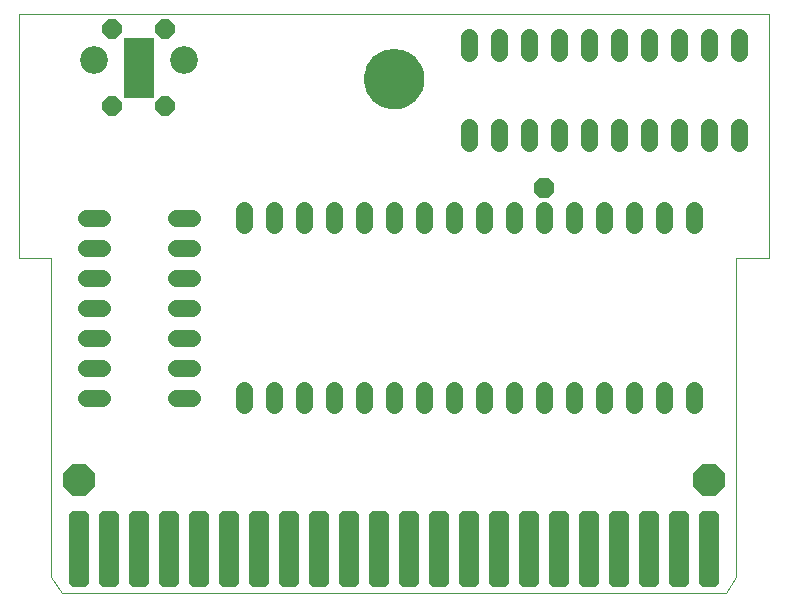
<source format=gts>
G75*
G70*
%OFA0B0*%
%FSLAX24Y24*%
%IPPOS*%
%LPD*%
%AMOC8*
5,1,8,0,0,1.08239X$1,22.5*
%
%ADD10C,0.0320*%
%ADD11C,0.0000*%
%ADD12C,0.2009*%
%ADD13C,0.0560*%
%ADD14R,0.1040X0.2040*%
%ADD15OC8,0.0640*%
%ADD16OC8,0.0670*%
%ADD17OC8,0.1040*%
%ADD18C,0.0926*%
D10*
X002344Y000837D02*
X002664Y000837D01*
X002344Y000837D02*
X002344Y003057D01*
X002664Y003057D01*
X002664Y000837D01*
X002664Y001156D02*
X002344Y001156D01*
X002344Y001475D02*
X002664Y001475D01*
X002664Y001794D02*
X002344Y001794D01*
X002344Y002113D02*
X002664Y002113D01*
X002664Y002432D02*
X002344Y002432D01*
X002344Y002751D02*
X002664Y002751D01*
X003344Y000837D02*
X003664Y000837D01*
X003344Y000837D02*
X003344Y003057D01*
X003664Y003057D01*
X003664Y000837D01*
X003664Y001156D02*
X003344Y001156D01*
X003344Y001475D02*
X003664Y001475D01*
X003664Y001794D02*
X003344Y001794D01*
X003344Y002113D02*
X003664Y002113D01*
X003664Y002432D02*
X003344Y002432D01*
X003344Y002751D02*
X003664Y002751D01*
X004344Y000837D02*
X004664Y000837D01*
X004344Y000837D02*
X004344Y003057D01*
X004664Y003057D01*
X004664Y000837D01*
X004664Y001156D02*
X004344Y001156D01*
X004344Y001475D02*
X004664Y001475D01*
X004664Y001794D02*
X004344Y001794D01*
X004344Y002113D02*
X004664Y002113D01*
X004664Y002432D02*
X004344Y002432D01*
X004344Y002751D02*
X004664Y002751D01*
X005344Y000837D02*
X005664Y000837D01*
X005344Y000837D02*
X005344Y003057D01*
X005664Y003057D01*
X005664Y000837D01*
X005664Y001156D02*
X005344Y001156D01*
X005344Y001475D02*
X005664Y001475D01*
X005664Y001794D02*
X005344Y001794D01*
X005344Y002113D02*
X005664Y002113D01*
X005664Y002432D02*
X005344Y002432D01*
X005344Y002751D02*
X005664Y002751D01*
X006344Y000837D02*
X006664Y000837D01*
X006344Y000837D02*
X006344Y003057D01*
X006664Y003057D01*
X006664Y000837D01*
X006664Y001156D02*
X006344Y001156D01*
X006344Y001475D02*
X006664Y001475D01*
X006664Y001794D02*
X006344Y001794D01*
X006344Y002113D02*
X006664Y002113D01*
X006664Y002432D02*
X006344Y002432D01*
X006344Y002751D02*
X006664Y002751D01*
X007344Y000837D02*
X007664Y000837D01*
X007344Y000837D02*
X007344Y003057D01*
X007664Y003057D01*
X007664Y000837D01*
X007664Y001156D02*
X007344Y001156D01*
X007344Y001475D02*
X007664Y001475D01*
X007664Y001794D02*
X007344Y001794D01*
X007344Y002113D02*
X007664Y002113D01*
X007664Y002432D02*
X007344Y002432D01*
X007344Y002751D02*
X007664Y002751D01*
X008344Y000837D02*
X008664Y000837D01*
X008344Y000837D02*
X008344Y003057D01*
X008664Y003057D01*
X008664Y000837D01*
X008664Y001156D02*
X008344Y001156D01*
X008344Y001475D02*
X008664Y001475D01*
X008664Y001794D02*
X008344Y001794D01*
X008344Y002113D02*
X008664Y002113D01*
X008664Y002432D02*
X008344Y002432D01*
X008344Y002751D02*
X008664Y002751D01*
X009344Y000837D02*
X009664Y000837D01*
X009344Y000837D02*
X009344Y003057D01*
X009664Y003057D01*
X009664Y000837D01*
X009664Y001156D02*
X009344Y001156D01*
X009344Y001475D02*
X009664Y001475D01*
X009664Y001794D02*
X009344Y001794D01*
X009344Y002113D02*
X009664Y002113D01*
X009664Y002432D02*
X009344Y002432D01*
X009344Y002751D02*
X009664Y002751D01*
X010344Y000837D02*
X010664Y000837D01*
X010344Y000837D02*
X010344Y003057D01*
X010664Y003057D01*
X010664Y000837D01*
X010664Y001156D02*
X010344Y001156D01*
X010344Y001475D02*
X010664Y001475D01*
X010664Y001794D02*
X010344Y001794D01*
X010344Y002113D02*
X010664Y002113D01*
X010664Y002432D02*
X010344Y002432D01*
X010344Y002751D02*
X010664Y002751D01*
X011344Y000837D02*
X011664Y000837D01*
X011344Y000837D02*
X011344Y003057D01*
X011664Y003057D01*
X011664Y000837D01*
X011664Y001156D02*
X011344Y001156D01*
X011344Y001475D02*
X011664Y001475D01*
X011664Y001794D02*
X011344Y001794D01*
X011344Y002113D02*
X011664Y002113D01*
X011664Y002432D02*
X011344Y002432D01*
X011344Y002751D02*
X011664Y002751D01*
X012344Y000837D02*
X012664Y000837D01*
X012344Y000837D02*
X012344Y003057D01*
X012664Y003057D01*
X012664Y000837D01*
X012664Y001156D02*
X012344Y001156D01*
X012344Y001475D02*
X012664Y001475D01*
X012664Y001794D02*
X012344Y001794D01*
X012344Y002113D02*
X012664Y002113D01*
X012664Y002432D02*
X012344Y002432D01*
X012344Y002751D02*
X012664Y002751D01*
X013344Y000837D02*
X013664Y000837D01*
X013344Y000837D02*
X013344Y003057D01*
X013664Y003057D01*
X013664Y000837D01*
X013664Y001156D02*
X013344Y001156D01*
X013344Y001475D02*
X013664Y001475D01*
X013664Y001794D02*
X013344Y001794D01*
X013344Y002113D02*
X013664Y002113D01*
X013664Y002432D02*
X013344Y002432D01*
X013344Y002751D02*
X013664Y002751D01*
X014344Y000837D02*
X014664Y000837D01*
X014344Y000837D02*
X014344Y003057D01*
X014664Y003057D01*
X014664Y000837D01*
X014664Y001156D02*
X014344Y001156D01*
X014344Y001475D02*
X014664Y001475D01*
X014664Y001794D02*
X014344Y001794D01*
X014344Y002113D02*
X014664Y002113D01*
X014664Y002432D02*
X014344Y002432D01*
X014344Y002751D02*
X014664Y002751D01*
X015344Y000837D02*
X015664Y000837D01*
X015344Y000837D02*
X015344Y003057D01*
X015664Y003057D01*
X015664Y000837D01*
X015664Y001156D02*
X015344Y001156D01*
X015344Y001475D02*
X015664Y001475D01*
X015664Y001794D02*
X015344Y001794D01*
X015344Y002113D02*
X015664Y002113D01*
X015664Y002432D02*
X015344Y002432D01*
X015344Y002751D02*
X015664Y002751D01*
X016344Y000837D02*
X016664Y000837D01*
X016344Y000837D02*
X016344Y003057D01*
X016664Y003057D01*
X016664Y000837D01*
X016664Y001156D02*
X016344Y001156D01*
X016344Y001475D02*
X016664Y001475D01*
X016664Y001794D02*
X016344Y001794D01*
X016344Y002113D02*
X016664Y002113D01*
X016664Y002432D02*
X016344Y002432D01*
X016344Y002751D02*
X016664Y002751D01*
X017344Y000837D02*
X017664Y000837D01*
X017344Y000837D02*
X017344Y003057D01*
X017664Y003057D01*
X017664Y000837D01*
X017664Y001156D02*
X017344Y001156D01*
X017344Y001475D02*
X017664Y001475D01*
X017664Y001794D02*
X017344Y001794D01*
X017344Y002113D02*
X017664Y002113D01*
X017664Y002432D02*
X017344Y002432D01*
X017344Y002751D02*
X017664Y002751D01*
X018344Y000837D02*
X018664Y000837D01*
X018344Y000837D02*
X018344Y003057D01*
X018664Y003057D01*
X018664Y000837D01*
X018664Y001156D02*
X018344Y001156D01*
X018344Y001475D02*
X018664Y001475D01*
X018664Y001794D02*
X018344Y001794D01*
X018344Y002113D02*
X018664Y002113D01*
X018664Y002432D02*
X018344Y002432D01*
X018344Y002751D02*
X018664Y002751D01*
X019344Y000837D02*
X019664Y000837D01*
X019344Y000837D02*
X019344Y003057D01*
X019664Y003057D01*
X019664Y000837D01*
X019664Y001156D02*
X019344Y001156D01*
X019344Y001475D02*
X019664Y001475D01*
X019664Y001794D02*
X019344Y001794D01*
X019344Y002113D02*
X019664Y002113D01*
X019664Y002432D02*
X019344Y002432D01*
X019344Y002751D02*
X019664Y002751D01*
X020344Y000837D02*
X020664Y000837D01*
X020344Y000837D02*
X020344Y003057D01*
X020664Y003057D01*
X020664Y000837D01*
X020664Y001156D02*
X020344Y001156D01*
X020344Y001475D02*
X020664Y001475D01*
X020664Y001794D02*
X020344Y001794D01*
X020344Y002113D02*
X020664Y002113D01*
X020664Y002432D02*
X020344Y002432D01*
X020344Y002751D02*
X020664Y002751D01*
X021344Y000837D02*
X021664Y000837D01*
X021344Y000837D02*
X021344Y003057D01*
X021664Y003057D01*
X021664Y000837D01*
X021664Y001156D02*
X021344Y001156D01*
X021344Y001475D02*
X021664Y001475D01*
X021664Y001794D02*
X021344Y001794D01*
X021344Y002113D02*
X021664Y002113D01*
X021664Y002432D02*
X021344Y002432D01*
X021344Y002751D02*
X021664Y002751D01*
X022344Y000837D02*
X022664Y000837D01*
X022344Y000837D02*
X022344Y003057D01*
X022664Y003057D01*
X022664Y000837D01*
X022664Y001156D02*
X022344Y001156D01*
X022344Y001475D02*
X022664Y001475D01*
X022664Y001794D02*
X022344Y001794D01*
X022344Y002113D02*
X022664Y002113D01*
X022664Y002432D02*
X022344Y002432D01*
X022344Y002751D02*
X022664Y002751D01*
X023344Y000837D02*
X023664Y000837D01*
X023344Y000837D02*
X023344Y003057D01*
X023664Y003057D01*
X023664Y000837D01*
X023664Y001156D02*
X023344Y001156D01*
X023344Y001475D02*
X023664Y001475D01*
X023664Y001794D02*
X023344Y001794D01*
X023344Y002113D02*
X023664Y002113D01*
X023664Y002432D02*
X023344Y002432D01*
X023344Y002751D02*
X023664Y002751D01*
D11*
X001937Y000500D02*
X001583Y001012D01*
X001583Y011646D01*
X000500Y011646D01*
X000500Y019791D01*
X025500Y019791D01*
X025500Y011646D01*
X024417Y011646D01*
X024417Y001012D01*
X024063Y000500D01*
X001937Y000500D01*
X012016Y017626D02*
X012018Y017688D01*
X012024Y017751D01*
X012034Y017812D01*
X012048Y017873D01*
X012065Y017933D01*
X012086Y017992D01*
X012112Y018049D01*
X012140Y018104D01*
X012172Y018158D01*
X012208Y018209D01*
X012246Y018259D01*
X012288Y018305D01*
X012332Y018349D01*
X012380Y018390D01*
X012429Y018428D01*
X012481Y018462D01*
X012535Y018493D01*
X012591Y018521D01*
X012649Y018545D01*
X012708Y018566D01*
X012768Y018582D01*
X012829Y018595D01*
X012891Y018604D01*
X012953Y018609D01*
X013016Y018610D01*
X013078Y018607D01*
X013140Y018600D01*
X013202Y018589D01*
X013262Y018574D01*
X013322Y018556D01*
X013380Y018534D01*
X013437Y018508D01*
X013492Y018478D01*
X013545Y018445D01*
X013596Y018409D01*
X013644Y018370D01*
X013690Y018327D01*
X013733Y018282D01*
X013773Y018234D01*
X013810Y018184D01*
X013844Y018131D01*
X013875Y018077D01*
X013901Y018021D01*
X013925Y017963D01*
X013944Y017903D01*
X013960Y017843D01*
X013972Y017781D01*
X013980Y017720D01*
X013984Y017657D01*
X013984Y017595D01*
X013980Y017532D01*
X013972Y017471D01*
X013960Y017409D01*
X013944Y017349D01*
X013925Y017289D01*
X013901Y017231D01*
X013875Y017175D01*
X013844Y017121D01*
X013810Y017068D01*
X013773Y017018D01*
X013733Y016970D01*
X013690Y016925D01*
X013644Y016882D01*
X013596Y016843D01*
X013545Y016807D01*
X013492Y016774D01*
X013437Y016744D01*
X013380Y016718D01*
X013322Y016696D01*
X013262Y016678D01*
X013202Y016663D01*
X013140Y016652D01*
X013078Y016645D01*
X013016Y016642D01*
X012953Y016643D01*
X012891Y016648D01*
X012829Y016657D01*
X012768Y016670D01*
X012708Y016686D01*
X012649Y016707D01*
X012591Y016731D01*
X012535Y016759D01*
X012481Y016790D01*
X012429Y016824D01*
X012380Y016862D01*
X012332Y016903D01*
X012288Y016947D01*
X012246Y016993D01*
X012208Y017043D01*
X012172Y017094D01*
X012140Y017148D01*
X012112Y017203D01*
X012086Y017260D01*
X012065Y017319D01*
X012048Y017379D01*
X012034Y017440D01*
X012024Y017501D01*
X012018Y017564D01*
X012016Y017626D01*
D12*
X013000Y017626D03*
D13*
X015500Y018490D02*
X015500Y019010D01*
X016500Y019010D02*
X016500Y018490D01*
X017500Y018490D02*
X017500Y019010D01*
X018500Y019010D02*
X018500Y018490D01*
X019500Y018490D02*
X019500Y019010D01*
X020500Y019010D02*
X020500Y018490D01*
X021500Y018490D02*
X021500Y019010D01*
X022500Y019010D02*
X022500Y018490D01*
X023500Y018490D02*
X023500Y019010D01*
X024500Y019010D02*
X024500Y018490D01*
X024500Y016010D02*
X024500Y015490D01*
X023500Y015490D02*
X023500Y016010D01*
X022500Y016010D02*
X022500Y015490D01*
X021500Y015490D02*
X021500Y016010D01*
X020500Y016010D02*
X020500Y015490D01*
X019500Y015490D02*
X019500Y016010D01*
X018500Y016010D02*
X018500Y015490D01*
X017500Y015490D02*
X017500Y016010D01*
X016500Y016010D02*
X016500Y015490D01*
X015500Y015490D02*
X015500Y016010D01*
X015000Y013260D02*
X015000Y012740D01*
X014000Y012740D02*
X014000Y013260D01*
X013000Y013260D02*
X013000Y012740D01*
X012000Y012740D02*
X012000Y013260D01*
X011000Y013260D02*
X011000Y012740D01*
X010000Y012740D02*
X010000Y013260D01*
X009000Y013260D02*
X009000Y012740D01*
X008000Y012740D02*
X008000Y013260D01*
X006260Y013000D02*
X005740Y013000D01*
X005740Y012000D02*
X006260Y012000D01*
X006260Y011000D02*
X005740Y011000D01*
X005740Y010000D02*
X006260Y010000D01*
X006260Y009000D02*
X005740Y009000D01*
X005740Y008000D02*
X006260Y008000D01*
X006260Y007000D02*
X005740Y007000D01*
X008000Y006740D02*
X008000Y007260D01*
X009000Y007260D02*
X009000Y006740D01*
X010000Y006740D02*
X010000Y007260D01*
X011000Y007260D02*
X011000Y006740D01*
X012000Y006740D02*
X012000Y007260D01*
X013000Y007260D02*
X013000Y006740D01*
X014000Y006740D02*
X014000Y007260D01*
X015000Y007260D02*
X015000Y006740D01*
X016000Y006740D02*
X016000Y007260D01*
X017000Y007260D02*
X017000Y006740D01*
X018000Y006740D02*
X018000Y007260D01*
X019000Y007260D02*
X019000Y006740D01*
X020000Y006740D02*
X020000Y007260D01*
X021000Y007260D02*
X021000Y006740D01*
X022000Y006740D02*
X022000Y007260D01*
X023000Y007260D02*
X023000Y006740D01*
X023000Y012740D02*
X023000Y013260D01*
X022000Y013260D02*
X022000Y012740D01*
X021000Y012740D02*
X021000Y013260D01*
X020000Y013260D02*
X020000Y012740D01*
X019000Y012740D02*
X019000Y013260D01*
X018000Y013260D02*
X018000Y012740D01*
X017000Y012740D02*
X017000Y013260D01*
X016000Y013260D02*
X016000Y012740D01*
X003260Y013000D02*
X002740Y013000D01*
X002740Y012000D02*
X003260Y012000D01*
X003260Y011000D02*
X002740Y011000D01*
X002740Y010000D02*
X003260Y010000D01*
X003260Y009000D02*
X002740Y009000D01*
X002740Y008000D02*
X003260Y008000D01*
X003260Y007000D02*
X002740Y007000D01*
D14*
X004500Y018000D03*
D15*
X003614Y016720D03*
X005386Y016720D03*
X005386Y019280D03*
X003614Y019280D03*
D16*
X018000Y014000D03*
D17*
X023500Y004250D03*
X002500Y004250D03*
D18*
X003000Y018250D03*
X006000Y018250D03*
M02*

</source>
